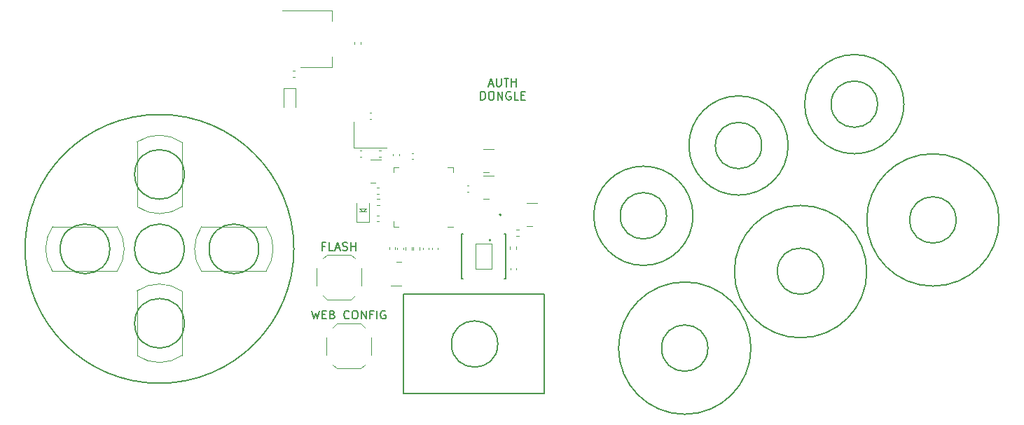
<source format=gto>
G04 #@! TF.GenerationSoftware,KiCad,Pcbnew,7.0.9*
G04 #@! TF.CreationDate,2023-12-20T17:10:12-07:00*
G04 #@! TF.ProjectId,saturn_controller_pcb,73617475-726e-45f6-936f-6e74726f6c6c,4a*
G04 #@! TF.SameCoordinates,Original*
G04 #@! TF.FileFunction,Legend,Top*
G04 #@! TF.FilePolarity,Positive*
%FSLAX46Y46*%
G04 Gerber Fmt 4.6, Leading zero omitted, Abs format (unit mm)*
G04 Created by KiCad (PCBNEW 7.0.9) date 2023-12-20 17:10:12*
%MOMM*%
%LPD*%
G01*
G04 APERTURE LIST*
%ADD10C,0.150000*%
%ADD11C,0.120000*%
%ADD12C,0.127000*%
%ADD13C,0.200000*%
G04 APERTURE END LIST*
D10*
X173500000Y-101000000D02*
G75*
G03*
X173500000Y-101000000I-6000000J0D01*
G01*
X125250000Y-105000000D02*
G75*
G03*
X125250000Y-105000000I-16250000J0D01*
G01*
X112000000Y-105000000D02*
G75*
G03*
X112000000Y-105000000I-3000000J0D01*
G01*
X112000000Y-96000000D02*
G75*
G03*
X112000000Y-96000000I-3000000J0D01*
G01*
X180500000Y-117000000D02*
G75*
G03*
X180500000Y-117000000I-8000000J0D01*
G01*
X112000000Y-114000000D02*
G75*
G03*
X112000000Y-114000000I-3000000J0D01*
G01*
X194500000Y-107750000D02*
G75*
G03*
X194500000Y-107750000I-8000000J0D01*
G01*
X138500000Y-110500000D02*
X155500000Y-110500000D01*
X155500000Y-122500000D01*
X138500000Y-122500000D01*
X138500000Y-110500000D01*
X199000000Y-87500000D02*
G75*
G03*
X199000000Y-87500000I-6000000J0D01*
G01*
X103000000Y-105000000D02*
G75*
G03*
X103000000Y-105000000I-3000000J0D01*
G01*
X210500000Y-101500000D02*
G75*
G03*
X210500000Y-101500000I-8000000J0D01*
G01*
X185000000Y-92500000D02*
G75*
G03*
X185000000Y-92500000I-6000000J0D01*
G01*
X121000000Y-105000000D02*
G75*
G03*
X121000000Y-105000000I-3000000J0D01*
G01*
X148835225Y-85084104D02*
X149311415Y-85084104D01*
X148739987Y-85369819D02*
X149073320Y-84369819D01*
X149073320Y-84369819D02*
X149406653Y-85369819D01*
X149739987Y-84369819D02*
X149739987Y-85179342D01*
X149739987Y-85179342D02*
X149787606Y-85274580D01*
X149787606Y-85274580D02*
X149835225Y-85322200D01*
X149835225Y-85322200D02*
X149930463Y-85369819D01*
X149930463Y-85369819D02*
X150120939Y-85369819D01*
X150120939Y-85369819D02*
X150216177Y-85322200D01*
X150216177Y-85322200D02*
X150263796Y-85274580D01*
X150263796Y-85274580D02*
X150311415Y-85179342D01*
X150311415Y-85179342D02*
X150311415Y-84369819D01*
X150644749Y-84369819D02*
X151216177Y-84369819D01*
X150930463Y-85369819D02*
X150930463Y-84369819D01*
X151549511Y-85369819D02*
X151549511Y-84369819D01*
X151549511Y-84846009D02*
X152120939Y-84846009D01*
X152120939Y-85369819D02*
X152120939Y-84369819D01*
X147835225Y-86979819D02*
X147835225Y-85979819D01*
X147835225Y-85979819D02*
X148073320Y-85979819D01*
X148073320Y-85979819D02*
X148216177Y-86027438D01*
X148216177Y-86027438D02*
X148311415Y-86122676D01*
X148311415Y-86122676D02*
X148359034Y-86217914D01*
X148359034Y-86217914D02*
X148406653Y-86408390D01*
X148406653Y-86408390D02*
X148406653Y-86551247D01*
X148406653Y-86551247D02*
X148359034Y-86741723D01*
X148359034Y-86741723D02*
X148311415Y-86836961D01*
X148311415Y-86836961D02*
X148216177Y-86932200D01*
X148216177Y-86932200D02*
X148073320Y-86979819D01*
X148073320Y-86979819D02*
X147835225Y-86979819D01*
X149025701Y-85979819D02*
X149216177Y-85979819D01*
X149216177Y-85979819D02*
X149311415Y-86027438D01*
X149311415Y-86027438D02*
X149406653Y-86122676D01*
X149406653Y-86122676D02*
X149454272Y-86313152D01*
X149454272Y-86313152D02*
X149454272Y-86646485D01*
X149454272Y-86646485D02*
X149406653Y-86836961D01*
X149406653Y-86836961D02*
X149311415Y-86932200D01*
X149311415Y-86932200D02*
X149216177Y-86979819D01*
X149216177Y-86979819D02*
X149025701Y-86979819D01*
X149025701Y-86979819D02*
X148930463Y-86932200D01*
X148930463Y-86932200D02*
X148835225Y-86836961D01*
X148835225Y-86836961D02*
X148787606Y-86646485D01*
X148787606Y-86646485D02*
X148787606Y-86313152D01*
X148787606Y-86313152D02*
X148835225Y-86122676D01*
X148835225Y-86122676D02*
X148930463Y-86027438D01*
X148930463Y-86027438D02*
X149025701Y-85979819D01*
X149882844Y-86979819D02*
X149882844Y-85979819D01*
X149882844Y-85979819D02*
X150454272Y-86979819D01*
X150454272Y-86979819D02*
X150454272Y-85979819D01*
X151454272Y-86027438D02*
X151359034Y-85979819D01*
X151359034Y-85979819D02*
X151216177Y-85979819D01*
X151216177Y-85979819D02*
X151073320Y-86027438D01*
X151073320Y-86027438D02*
X150978082Y-86122676D01*
X150978082Y-86122676D02*
X150930463Y-86217914D01*
X150930463Y-86217914D02*
X150882844Y-86408390D01*
X150882844Y-86408390D02*
X150882844Y-86551247D01*
X150882844Y-86551247D02*
X150930463Y-86741723D01*
X150930463Y-86741723D02*
X150978082Y-86836961D01*
X150978082Y-86836961D02*
X151073320Y-86932200D01*
X151073320Y-86932200D02*
X151216177Y-86979819D01*
X151216177Y-86979819D02*
X151311415Y-86979819D01*
X151311415Y-86979819D02*
X151454272Y-86932200D01*
X151454272Y-86932200D02*
X151501891Y-86884580D01*
X151501891Y-86884580D02*
X151501891Y-86551247D01*
X151501891Y-86551247D02*
X151311415Y-86551247D01*
X152406653Y-86979819D02*
X151930463Y-86979819D01*
X151930463Y-86979819D02*
X151930463Y-85979819D01*
X152739987Y-86456009D02*
X153073320Y-86456009D01*
X153216177Y-86979819D02*
X152739987Y-86979819D01*
X152739987Y-86979819D02*
X152739987Y-85979819D01*
X152739987Y-85979819D02*
X153216177Y-85979819D01*
X127441541Y-112469819D02*
X127679636Y-113469819D01*
X127679636Y-113469819D02*
X127870112Y-112755533D01*
X127870112Y-112755533D02*
X128060588Y-113469819D01*
X128060588Y-113469819D02*
X128298684Y-112469819D01*
X128679636Y-112946009D02*
X129012969Y-112946009D01*
X129155826Y-113469819D02*
X128679636Y-113469819D01*
X128679636Y-113469819D02*
X128679636Y-112469819D01*
X128679636Y-112469819D02*
X129155826Y-112469819D01*
X129917731Y-112946009D02*
X130060588Y-112993628D01*
X130060588Y-112993628D02*
X130108207Y-113041247D01*
X130108207Y-113041247D02*
X130155826Y-113136485D01*
X130155826Y-113136485D02*
X130155826Y-113279342D01*
X130155826Y-113279342D02*
X130108207Y-113374580D01*
X130108207Y-113374580D02*
X130060588Y-113422200D01*
X130060588Y-113422200D02*
X129965350Y-113469819D01*
X129965350Y-113469819D02*
X129584398Y-113469819D01*
X129584398Y-113469819D02*
X129584398Y-112469819D01*
X129584398Y-112469819D02*
X129917731Y-112469819D01*
X129917731Y-112469819D02*
X130012969Y-112517438D01*
X130012969Y-112517438D02*
X130060588Y-112565057D01*
X130060588Y-112565057D02*
X130108207Y-112660295D01*
X130108207Y-112660295D02*
X130108207Y-112755533D01*
X130108207Y-112755533D02*
X130060588Y-112850771D01*
X130060588Y-112850771D02*
X130012969Y-112898390D01*
X130012969Y-112898390D02*
X129917731Y-112946009D01*
X129917731Y-112946009D02*
X129584398Y-112946009D01*
X131917731Y-113374580D02*
X131870112Y-113422200D01*
X131870112Y-113422200D02*
X131727255Y-113469819D01*
X131727255Y-113469819D02*
X131632017Y-113469819D01*
X131632017Y-113469819D02*
X131489160Y-113422200D01*
X131489160Y-113422200D02*
X131393922Y-113326961D01*
X131393922Y-113326961D02*
X131346303Y-113231723D01*
X131346303Y-113231723D02*
X131298684Y-113041247D01*
X131298684Y-113041247D02*
X131298684Y-112898390D01*
X131298684Y-112898390D02*
X131346303Y-112707914D01*
X131346303Y-112707914D02*
X131393922Y-112612676D01*
X131393922Y-112612676D02*
X131489160Y-112517438D01*
X131489160Y-112517438D02*
X131632017Y-112469819D01*
X131632017Y-112469819D02*
X131727255Y-112469819D01*
X131727255Y-112469819D02*
X131870112Y-112517438D01*
X131870112Y-112517438D02*
X131917731Y-112565057D01*
X132536779Y-112469819D02*
X132727255Y-112469819D01*
X132727255Y-112469819D02*
X132822493Y-112517438D01*
X132822493Y-112517438D02*
X132917731Y-112612676D01*
X132917731Y-112612676D02*
X132965350Y-112803152D01*
X132965350Y-112803152D02*
X132965350Y-113136485D01*
X132965350Y-113136485D02*
X132917731Y-113326961D01*
X132917731Y-113326961D02*
X132822493Y-113422200D01*
X132822493Y-113422200D02*
X132727255Y-113469819D01*
X132727255Y-113469819D02*
X132536779Y-113469819D01*
X132536779Y-113469819D02*
X132441541Y-113422200D01*
X132441541Y-113422200D02*
X132346303Y-113326961D01*
X132346303Y-113326961D02*
X132298684Y-113136485D01*
X132298684Y-113136485D02*
X132298684Y-112803152D01*
X132298684Y-112803152D02*
X132346303Y-112612676D01*
X132346303Y-112612676D02*
X132441541Y-112517438D01*
X132441541Y-112517438D02*
X132536779Y-112469819D01*
X133393922Y-113469819D02*
X133393922Y-112469819D01*
X133393922Y-112469819D02*
X133965350Y-113469819D01*
X133965350Y-113469819D02*
X133965350Y-112469819D01*
X134774874Y-112946009D02*
X134441541Y-112946009D01*
X134441541Y-113469819D02*
X134441541Y-112469819D01*
X134441541Y-112469819D02*
X134917731Y-112469819D01*
X135298684Y-113469819D02*
X135298684Y-112469819D01*
X136298683Y-112517438D02*
X136203445Y-112469819D01*
X136203445Y-112469819D02*
X136060588Y-112469819D01*
X136060588Y-112469819D02*
X135917731Y-112517438D01*
X135917731Y-112517438D02*
X135822493Y-112612676D01*
X135822493Y-112612676D02*
X135774874Y-112707914D01*
X135774874Y-112707914D02*
X135727255Y-112898390D01*
X135727255Y-112898390D02*
X135727255Y-113041247D01*
X135727255Y-113041247D02*
X135774874Y-113231723D01*
X135774874Y-113231723D02*
X135822493Y-113326961D01*
X135822493Y-113326961D02*
X135917731Y-113422200D01*
X135917731Y-113422200D02*
X136060588Y-113469819D01*
X136060588Y-113469819D02*
X136155826Y-113469819D01*
X136155826Y-113469819D02*
X136298683Y-113422200D01*
X136298683Y-113422200D02*
X136346302Y-113374580D01*
X136346302Y-113374580D02*
X136346302Y-113041247D01*
X136346302Y-113041247D02*
X136155826Y-113041247D01*
X128990112Y-104676009D02*
X128656779Y-104676009D01*
X128656779Y-105199819D02*
X128656779Y-104199819D01*
X128656779Y-104199819D02*
X129132969Y-104199819D01*
X129990112Y-105199819D02*
X129513922Y-105199819D01*
X129513922Y-105199819D02*
X129513922Y-104199819D01*
X130275827Y-104914104D02*
X130752017Y-104914104D01*
X130180589Y-105199819D02*
X130513922Y-104199819D01*
X130513922Y-104199819D02*
X130847255Y-105199819D01*
X131132970Y-105152200D02*
X131275827Y-105199819D01*
X131275827Y-105199819D02*
X131513922Y-105199819D01*
X131513922Y-105199819D02*
X131609160Y-105152200D01*
X131609160Y-105152200D02*
X131656779Y-105104580D01*
X131656779Y-105104580D02*
X131704398Y-105009342D01*
X131704398Y-105009342D02*
X131704398Y-104914104D01*
X131704398Y-104914104D02*
X131656779Y-104818866D01*
X131656779Y-104818866D02*
X131609160Y-104771247D01*
X131609160Y-104771247D02*
X131513922Y-104723628D01*
X131513922Y-104723628D02*
X131323446Y-104676009D01*
X131323446Y-104676009D02*
X131228208Y-104628390D01*
X131228208Y-104628390D02*
X131180589Y-104580771D01*
X131180589Y-104580771D02*
X131132970Y-104485533D01*
X131132970Y-104485533D02*
X131132970Y-104390295D01*
X131132970Y-104390295D02*
X131180589Y-104295057D01*
X131180589Y-104295057D02*
X131228208Y-104247438D01*
X131228208Y-104247438D02*
X131323446Y-104199819D01*
X131323446Y-104199819D02*
X131561541Y-104199819D01*
X131561541Y-104199819D02*
X131704398Y-104247438D01*
X132132970Y-105199819D02*
X132132970Y-104199819D01*
X132132970Y-104676009D02*
X132704398Y-104676009D01*
X132704398Y-105199819D02*
X132704398Y-104199819D01*
D11*
X123820000Y-76210000D02*
X129830000Y-76210000D01*
X126070000Y-83030000D02*
X129830000Y-83030000D01*
X129830000Y-76210000D02*
X129830000Y-77470000D01*
X129830000Y-83030000D02*
X129830000Y-81770000D01*
X127980000Y-109450000D02*
X127980000Y-107370000D01*
X129250000Y-105690000D02*
X128760000Y-106180000D01*
X129250000Y-105690000D02*
X132150000Y-105690000D01*
X129250000Y-111130000D02*
X128760000Y-110640000D01*
X129250000Y-111130000D02*
X132150000Y-111130000D01*
X132150000Y-105690000D02*
X132640000Y-106180000D01*
X132150000Y-111130000D02*
X132640000Y-110640000D01*
X133420000Y-109450000D02*
X133420000Y-107370000D01*
X135523341Y-98347053D02*
X135307669Y-98347053D01*
X135523341Y-97627053D02*
X135307669Y-97627053D01*
X152140000Y-107312164D02*
X152140000Y-107527836D01*
X151420000Y-107312164D02*
X151420000Y-107527836D01*
X135790505Y-94237053D02*
X134490505Y-94237053D01*
X135140505Y-97037053D02*
X134490505Y-97037053D01*
X154695000Y-99470000D02*
X153395000Y-99470000D01*
X154045000Y-102270000D02*
X153395000Y-102270000D01*
D10*
X149900000Y-116500000D02*
G75*
G03*
X149900000Y-116500000I-2800000J0D01*
G01*
X170300000Y-101000000D02*
G75*
G03*
X170300000Y-101000000I-2800000J0D01*
G01*
X205300000Y-101500000D02*
G75*
G03*
X205300000Y-101500000I-2800000J0D01*
G01*
D11*
X135813641Y-93890000D02*
X135506359Y-93890000D01*
X135813641Y-93130000D02*
X135506359Y-93130000D01*
D10*
X195800000Y-87500000D02*
G75*
G03*
X195800000Y-87500000I-2800000J0D01*
G01*
D11*
X135271864Y-98947053D02*
X135579146Y-98947053D01*
X135271864Y-99707053D02*
X135579146Y-99707053D01*
X138715505Y-105110189D02*
X138715505Y-104802907D01*
X139475505Y-105110189D02*
X139475505Y-104802907D01*
X135533341Y-101697053D02*
X135317669Y-101697053D01*
X135533341Y-100977053D02*
X135317669Y-100977053D01*
X106300000Y-99900000D02*
X106300000Y-92068426D01*
X111700000Y-99900000D02*
X111700000Y-92100000D01*
X106300000Y-99900000D02*
G75*
G03*
X111700000Y-99900000I2700000J3900000D01*
G01*
X111700000Y-92100000D02*
G75*
G03*
X106300000Y-92068427I-2723093J-3933782D01*
G01*
X146177669Y-97357053D02*
X146393341Y-97357053D01*
X146177669Y-98077053D02*
X146393341Y-98077053D01*
X133300000Y-80002164D02*
X133300000Y-80217836D01*
X132580000Y-80002164D02*
X132580000Y-80217836D01*
X141565505Y-104839217D02*
X141565505Y-105054889D01*
X140845505Y-104839217D02*
X140845505Y-105054889D01*
X136960000Y-109410000D02*
X138260000Y-109410000D01*
X137610000Y-106610000D02*
X138260000Y-106610000D01*
X151400000Y-105033641D02*
X151400000Y-104726359D01*
X152160000Y-105033641D02*
X152160000Y-104726359D01*
D10*
X189300000Y-107700000D02*
G75*
G03*
X189300000Y-107700000I-2800000J0D01*
G01*
D11*
X149435505Y-96157053D02*
X148135505Y-96157053D01*
X148785505Y-98957053D02*
X148135505Y-98957053D01*
X139715505Y-105110189D02*
X139715505Y-104802907D01*
X140475505Y-105110189D02*
X140475505Y-104802907D01*
X137485505Y-104819217D02*
X137485505Y-105034889D01*
X136765505Y-104819217D02*
X136765505Y-105034889D01*
X132852288Y-101779553D02*
X134322288Y-101779553D01*
X134322288Y-101779553D02*
X134322288Y-99494553D01*
X133587288Y-100494553D02*
X133187288Y-100094553D01*
X133987288Y-100494553D02*
X133187288Y-100494553D01*
X133187288Y-100094553D02*
X133987288Y-100094553D01*
X133987288Y-100094553D02*
X133587288Y-100494553D01*
X132852288Y-99494553D02*
X132852288Y-101779553D01*
X106300000Y-117900000D02*
X106300000Y-110068426D01*
X111700000Y-117900000D02*
X111700000Y-110100000D01*
X106300000Y-117900000D02*
G75*
G03*
X111700000Y-117900000I2700000J3900000D01*
G01*
X111700000Y-110100000D02*
G75*
G03*
X106300000Y-110068427I-2723093J-3933782D01*
G01*
X125465000Y-85577438D02*
X123995000Y-85577438D01*
X123995000Y-85577438D02*
X123995000Y-87862438D01*
X125465000Y-87862438D02*
X125465000Y-85577438D01*
X103900000Y-107700000D02*
X96068426Y-107700000D01*
X103900000Y-102300000D02*
X96100000Y-102300000D01*
X103900000Y-107700000D02*
G75*
G03*
X103900000Y-102300000I-3900000J2700000D01*
G01*
X96100000Y-102300000D02*
G75*
G03*
X96068427Y-107700000I3933782J-2723093D01*
G01*
X133212164Y-93150000D02*
X133427836Y-93150000D01*
X133212164Y-93870000D02*
X133427836Y-93870000D01*
D10*
X175300000Y-117000000D02*
G75*
G03*
X175300000Y-117000000I-2800000J0D01*
G01*
D12*
X150890000Y-103200000D02*
X150710000Y-103200000D01*
X150890000Y-103200000D02*
X150890000Y-108580000D01*
X145690000Y-103200000D02*
X145510000Y-103200000D01*
X145510000Y-103200000D02*
X145510000Y-108580000D01*
X150890000Y-108580000D02*
X150710000Y-108580000D01*
X145690000Y-108580000D02*
X145510000Y-108580000D01*
D11*
X149200000Y-104390000D02*
X147200000Y-104390000D01*
X147200000Y-104390000D02*
X147200000Y-107390000D01*
X147200000Y-107390000D02*
X149200000Y-107390000D01*
X149200000Y-107390000D02*
X149200000Y-104390000D01*
D13*
X150300000Y-100890000D02*
G75*
G03*
X150300000Y-100890000I-100000J0D01*
G01*
D11*
X149061803Y-103940000D02*
G75*
G03*
X149061803Y-103940000I-111803J0D01*
G01*
X132500000Y-89625000D02*
X132500000Y-92775000D01*
X132500000Y-92775000D02*
X136500000Y-92775000D01*
X139707836Y-94160000D02*
X139492164Y-94160000D01*
X139707836Y-93440000D02*
X139492164Y-93440000D01*
X134392164Y-88540000D02*
X134607836Y-88540000D01*
X134392164Y-89260000D02*
X134607836Y-89260000D01*
X134620000Y-115710000D02*
X134620000Y-117790000D01*
X133350000Y-119470000D02*
X133840000Y-118980000D01*
X133350000Y-119470000D02*
X130450000Y-119470000D01*
X133350000Y-114030000D02*
X133840000Y-114520000D01*
X133350000Y-114030000D02*
X130450000Y-114030000D01*
X130450000Y-119470000D02*
X129960000Y-118980000D01*
X130450000Y-114030000D02*
X129960000Y-114520000D01*
X129180000Y-115710000D02*
X129180000Y-117790000D01*
X121900000Y-107700000D02*
X114068426Y-107700000D01*
X121900000Y-102300000D02*
X114100000Y-102300000D01*
X121900000Y-107700000D02*
G75*
G03*
X121900000Y-102300000I-3900000J2700000D01*
G01*
X114100000Y-102300000D02*
G75*
G03*
X114068427Y-107700000I3933782J-2723093D01*
G01*
X144500505Y-95111548D02*
X144500505Y-95761548D01*
X143850505Y-102331548D02*
X144500505Y-102331548D01*
X143850505Y-95111548D02*
X144500505Y-95111548D01*
X137930505Y-102331548D02*
X137280505Y-102331548D01*
X137930505Y-95111548D02*
X137280505Y-95111548D01*
X137280505Y-102331548D02*
X137280505Y-101681548D01*
X137280505Y-95111548D02*
X137280505Y-95761548D01*
X138465505Y-104849217D02*
X138465505Y-105064889D01*
X137745505Y-104849217D02*
X137745505Y-105064889D01*
X125132164Y-83480000D02*
X125347836Y-83480000D01*
X125132164Y-84200000D02*
X125347836Y-84200000D01*
X149435505Y-92957053D02*
X148135505Y-92957053D01*
X148785505Y-95757053D02*
X148135505Y-95757053D01*
X152146359Y-102640000D02*
X152453641Y-102640000D01*
X152146359Y-103400000D02*
X152453641Y-103400000D01*
X142675505Y-104849217D02*
X142675505Y-105064889D01*
X141955505Y-104849217D02*
X141955505Y-105064889D01*
D10*
X181800000Y-92500000D02*
G75*
G03*
X181800000Y-92500000I-2800000J0D01*
G01*
D11*
X137240000Y-93707836D02*
X137240000Y-93492164D01*
X137960000Y-93707836D02*
X137960000Y-93492164D01*
M02*

</source>
